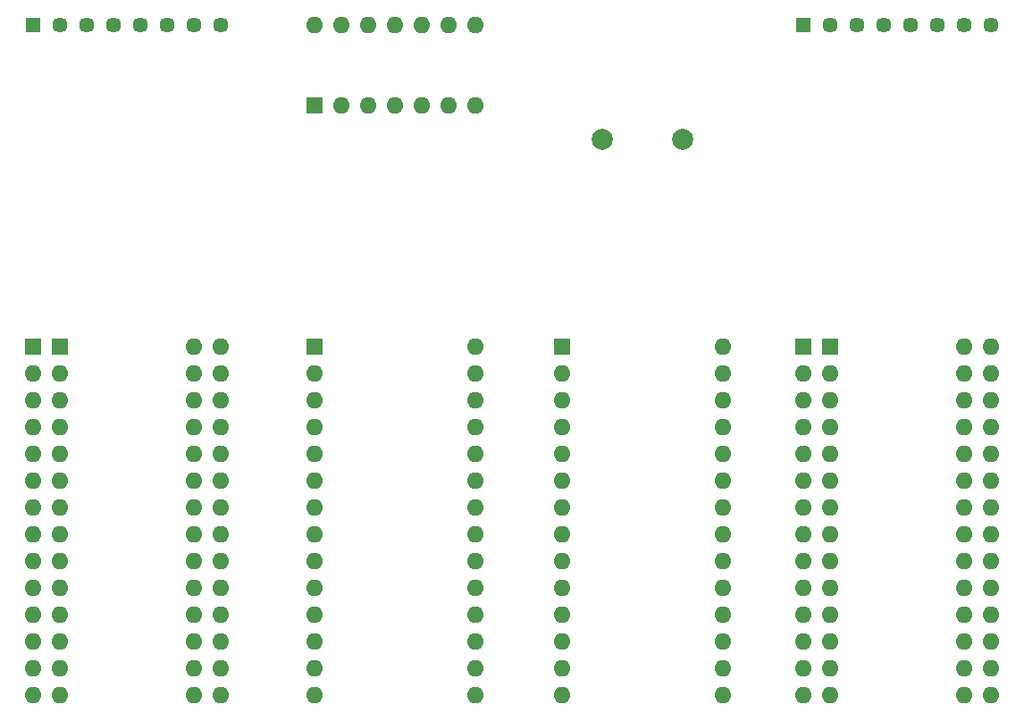
<source format=gts>
%TF.GenerationSoftware,KiCad,Pcbnew,(5.1.9)-1*%
%TF.CreationDate,2021-04-04T21:18:01+08:00*%
%TF.ProjectId,AssemblyBoard,41737365-6d62-46c7-9942-6f6172642e6b,rev?*%
%TF.SameCoordinates,Original*%
%TF.FileFunction,Soldermask,Top*%
%TF.FilePolarity,Negative*%
%FSLAX46Y46*%
G04 Gerber Fmt 4.6, Leading zero omitted, Abs format (unit mm)*
G04 Created by KiCad (PCBNEW (5.1.9)-1) date 2021-04-04 21:18:01*
%MOMM*%
%LPD*%
G01*
G04 APERTURE LIST*
%ADD10C,2.000000*%
%ADD11O,1.600000X1.600000*%
%ADD12R,1.600000X1.600000*%
%ADD13R,1.450000X1.450000*%
%ADD14C,1.450000*%
G04 APERTURE END LIST*
D10*
%TO.C,REF\u002A\u002A*%
X168910000Y-74295000D03*
%TD*%
%TO.C,REF\u002A\u002A*%
X161290000Y-74295000D03*
%TD*%
D11*
%TO.C,REF\u002A\u002A*%
X133985000Y-63500000D03*
X149225000Y-71120000D03*
X136525000Y-63500000D03*
X146685000Y-71120000D03*
X139065000Y-63500000D03*
X144145000Y-71120000D03*
X141605000Y-63500000D03*
X141605000Y-71120000D03*
X144145000Y-63500000D03*
X139065000Y-71120000D03*
X146685000Y-63500000D03*
X136525000Y-71120000D03*
X149225000Y-63500000D03*
D12*
X133985000Y-71120000D03*
%TD*%
D13*
%TO.C,REF\u002A\u002A*%
X180340000Y-63500000D03*
D14*
X182880000Y-63500000D03*
X185420000Y-63500000D03*
X187960000Y-63500000D03*
X190500000Y-63500000D03*
X193040000Y-63500000D03*
X195580000Y-63500000D03*
X198120000Y-63500000D03*
%TD*%
%TO.C,REF\u002A\u002A*%
X125095000Y-63500000D03*
X122555000Y-63500000D03*
X120015000Y-63500000D03*
X117475000Y-63500000D03*
X114935000Y-63500000D03*
X112395000Y-63500000D03*
X109855000Y-63500000D03*
D13*
X107315000Y-63500000D03*
%TD*%
D12*
%TO.C,REF\u002A\u002A*%
X157480000Y-93980000D03*
D11*
X172720000Y-127000000D03*
X157480000Y-96520000D03*
X172720000Y-124460000D03*
X157480000Y-99060000D03*
X172720000Y-121920000D03*
X157480000Y-101600000D03*
X172720000Y-119380000D03*
X157480000Y-104140000D03*
X172720000Y-116840000D03*
X157480000Y-106680000D03*
X172720000Y-114300000D03*
X157480000Y-109220000D03*
X172720000Y-111760000D03*
X157480000Y-111760000D03*
X172720000Y-109220000D03*
X157480000Y-114300000D03*
X172720000Y-106680000D03*
X157480000Y-116840000D03*
X172720000Y-104140000D03*
X157480000Y-119380000D03*
X172720000Y-101600000D03*
X157480000Y-121920000D03*
X172720000Y-99060000D03*
X157480000Y-124460000D03*
X172720000Y-96520000D03*
X157480000Y-127000000D03*
X172720000Y-93980000D03*
%TD*%
%TO.C,REF\u002A\u002A*%
X198120000Y-93980000D03*
X182880000Y-127000000D03*
X198120000Y-96520000D03*
X182880000Y-124460000D03*
X198120000Y-99060000D03*
X182880000Y-121920000D03*
X198120000Y-101600000D03*
X182880000Y-119380000D03*
X198120000Y-104140000D03*
X182880000Y-116840000D03*
X198120000Y-106680000D03*
X182880000Y-114300000D03*
X198120000Y-109220000D03*
X182880000Y-111760000D03*
X198120000Y-111760000D03*
X182880000Y-109220000D03*
X198120000Y-114300000D03*
X182880000Y-106680000D03*
X198120000Y-116840000D03*
X182880000Y-104140000D03*
X198120000Y-119380000D03*
X182880000Y-101600000D03*
X198120000Y-121920000D03*
X182880000Y-99060000D03*
X198120000Y-124460000D03*
X182880000Y-96520000D03*
X198120000Y-127000000D03*
D12*
X182880000Y-93980000D03*
%TD*%
%TO.C,REF\u002A\u002A*%
X180340000Y-93980000D03*
D11*
X195580000Y-127000000D03*
X180340000Y-96520000D03*
X195580000Y-124460000D03*
X180340000Y-99060000D03*
X195580000Y-121920000D03*
X180340000Y-101600000D03*
X195580000Y-119380000D03*
X180340000Y-104140000D03*
X195580000Y-116840000D03*
X180340000Y-106680000D03*
X195580000Y-114300000D03*
X180340000Y-109220000D03*
X195580000Y-111760000D03*
X180340000Y-111760000D03*
X195580000Y-109220000D03*
X180340000Y-114300000D03*
X195580000Y-106680000D03*
X180340000Y-116840000D03*
X195580000Y-104140000D03*
X180340000Y-119380000D03*
X195580000Y-101600000D03*
X180340000Y-121920000D03*
X195580000Y-99060000D03*
X180340000Y-124460000D03*
X195580000Y-96520000D03*
X180340000Y-127000000D03*
X195580000Y-93980000D03*
%TD*%
%TO.C,REF\u002A\u002A*%
X149225000Y-93980000D03*
X133985000Y-127000000D03*
X149225000Y-96520000D03*
X133985000Y-124460000D03*
X149225000Y-99060000D03*
X133985000Y-121920000D03*
X149225000Y-101600000D03*
X133985000Y-119380000D03*
X149225000Y-104140000D03*
X133985000Y-116840000D03*
X149225000Y-106680000D03*
X133985000Y-114300000D03*
X149225000Y-109220000D03*
X133985000Y-111760000D03*
X149225000Y-111760000D03*
X133985000Y-109220000D03*
X149225000Y-114300000D03*
X133985000Y-106680000D03*
X149225000Y-116840000D03*
X133985000Y-104140000D03*
X149225000Y-119380000D03*
X133985000Y-101600000D03*
X149225000Y-121920000D03*
X133985000Y-99060000D03*
X149225000Y-124460000D03*
X133985000Y-96520000D03*
X149225000Y-127000000D03*
D12*
X133985000Y-93980000D03*
%TD*%
%TO.C,REF\u002A\u002A*%
X109855000Y-93980000D03*
D11*
X125095000Y-127000000D03*
X109855000Y-96520000D03*
X125095000Y-124460000D03*
X109855000Y-99060000D03*
X125095000Y-121920000D03*
X109855000Y-101600000D03*
X125095000Y-119380000D03*
X109855000Y-104140000D03*
X125095000Y-116840000D03*
X109855000Y-106680000D03*
X125095000Y-114300000D03*
X109855000Y-109220000D03*
X125095000Y-111760000D03*
X109855000Y-111760000D03*
X125095000Y-109220000D03*
X109855000Y-114300000D03*
X125095000Y-106680000D03*
X109855000Y-116840000D03*
X125095000Y-104140000D03*
X109855000Y-119380000D03*
X125095000Y-101600000D03*
X109855000Y-121920000D03*
X125095000Y-99060000D03*
X109855000Y-124460000D03*
X125095000Y-96520000D03*
X109855000Y-127000000D03*
X125095000Y-93980000D03*
%TD*%
%TO.C,REF\u002A\u002A*%
X122555000Y-93980000D03*
X107315000Y-127000000D03*
X122555000Y-96520000D03*
X107315000Y-124460000D03*
X122555000Y-99060000D03*
X107315000Y-121920000D03*
X122555000Y-101600000D03*
X107315000Y-119380000D03*
X122555000Y-104140000D03*
X107315000Y-116840000D03*
X122555000Y-106680000D03*
X107315000Y-114300000D03*
X122555000Y-109220000D03*
X107315000Y-111760000D03*
X122555000Y-111760000D03*
X107315000Y-109220000D03*
X122555000Y-114300000D03*
X107315000Y-106680000D03*
X122555000Y-116840000D03*
X107315000Y-104140000D03*
X122555000Y-119380000D03*
X107315000Y-101600000D03*
X122555000Y-121920000D03*
X107315000Y-99060000D03*
X122555000Y-124460000D03*
X107315000Y-96520000D03*
X122555000Y-127000000D03*
D12*
X107315000Y-93980000D03*
%TD*%
M02*

</source>
